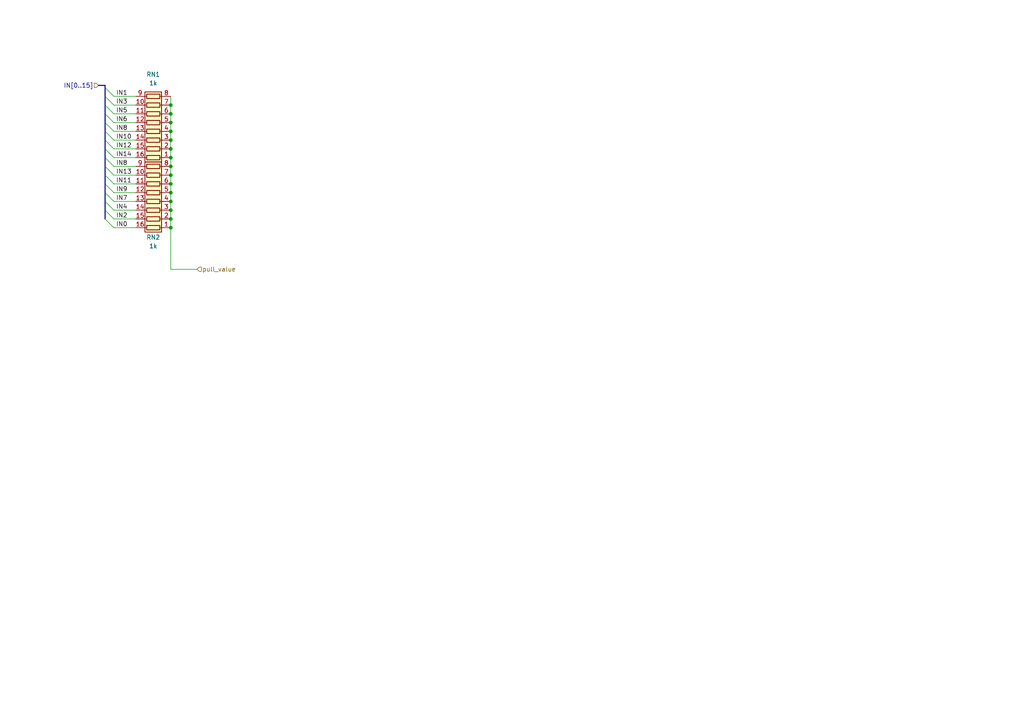
<source format=kicad_sch>
(kicad_sch (version 20231120) (generator "eeschema") (generator_version "8.0")
  (paper "A4")
  (lib_symbols
    (symbol "Device:R_Pack08" (pin_names (offset 0) hide)
      (property "Reference" "RN" (at -12.7 0 90))
      (property "Value" "R_Pack08" (at 10.16 0 90))
      (symbol "R_Pack08_0_1"
        (rectangle (start -11.43 -2.413) (end 8.89 2.413) (stroke (width 0.254)) (fill (type background)))
        (rectangle (start -10.795 1.905) (end -9.525 -1.905) (stroke (width 0.254)))
        (rectangle (start -8.255 1.905) (end -6.985 -1.905) (stroke (width 0.254)))
        (rectangle (start -5.715 1.905) (end -4.445 -1.905) (stroke (width 0.254)))
        (rectangle (start -3.175 1.905) (end -1.905 -1.905) (stroke (width 0.254)))
        (rectangle (start -0.635 1.905) (end 0.635 -1.905) (stroke (width 0.254)))
        (polyline (pts (xy -10.16 -2.54) (xy -10.16 -1.905)))
        (polyline (pts (xy -10.16 1.905) (xy -10.16 2.54)))
        (polyline (pts (xy -7.62 -2.54) (xy -7.62 -1.905)))
        (polyline (pts (xy -7.62 1.905) (xy -7.62 2.54)))
        (polyline (pts (xy -5.08 -2.54) (xy -5.08 -1.905)))
        (polyline (pts (xy -5.08 1.905) (xy -5.08 2.54)))
        (polyline (pts (xy -2.54 -2.54) (xy -2.54 -1.905)))
        (polyline (pts (xy -2.54 1.905) (xy -2.54 2.54)))
        (polyline (pts (xy 0 -2.54) (xy 0 -1.905)))
        (polyline (pts (xy 0 1.905) (xy 0 2.54)))
        (polyline (pts (xy 2.54 -2.54) (xy 2.54 -1.905)))
        (polyline (pts (xy 2.54 1.905) (xy 2.54 2.54)))
        (polyline (pts (xy 5.08 -2.54) (xy 5.08 -1.905)))
        (polyline (pts (xy 5.08 1.905) (xy 5.08 2.54)))
        (polyline (pts (xy 7.62 -2.54) (xy 7.62 -1.905)))
        (polyline (pts (xy 7.62 1.905) (xy 7.62 2.54)))
        (rectangle (start 1.905 1.905) (end 3.175 -1.905) (stroke (width 0.254)))
        (rectangle (start 4.445 1.905) (end 5.715 -1.905) (stroke (width 0.254)))
        (rectangle (start 6.985 1.905) (end 8.255 -1.905) (stroke (width 0.254)))
      )
      (symbol "R_Pack08_1_1"
        (pin passive line (at -10.16 -5.08 90) (length 2.54) (name "R1.1") (number "1"))
        (pin passive line (at 5.08 5.08 270) (length 2.54) (name "R7.2") (number "10"))
        (pin passive line (at 2.54 5.08 270) (length 2.54) (name "R6.2") (number "11"))
        (pin passive line (at 0 5.08 270) (length 2.54) (name "R5.2") (number "12"))
        (pin passive line (at -2.54 5.08 270) (length 2.54) (name "R4.2") (number "13"))
        (pin passive line (at -5.08 5.08 270) (length 2.54) (name "R3.2") (number "14"))
        (pin passive line (at -7.62 5.08 270) (length 2.54) (name "R2.2") (number "15"))
        (pin passive line (at -10.16 5.08 270) (length 2.54) (name "R1.2") (number "16"))
        (pin passive line (at -7.62 -5.08 90) (length 2.54) (name "R2.1") (number "2"))
        (pin passive line (at -5.08 -5.08 90) (length 2.54) (name "R3.1") (number "3"))
        (pin passive line (at -2.54 -5.08 90) (length 2.54) (name "R4.1") (number "4"))
        (pin passive line (at 0 -5.08 90) (length 2.54) (name "R5.1") (number "5"))
        (pin passive line (at 2.54 -5.08 90) (length 2.54) (name "R6.1") (number "6"))
        (pin passive line (at 5.08 -5.08 90) (length 2.54) (name "R7.1") (number "7"))
        (pin passive line (at 7.62 -5.08 90) (length 2.54) (name "R8.1") (number "8"))
        (pin passive line (at 7.62 5.08 270) (length 2.54) (name "R8.2") (number "9"))
      )
    )
  )
  (junction (at 49.53 48.26))
  (junction (at 49.53 38.1))
  (junction (at 49.53 55.88))
  (junction (at 49.53 53.34))
  (junction (at 49.53 40.64))
  (junction (at 49.53 66.04))
  (junction (at 49.53 35.56))
  (junction (at 49.53 58.42))
  (junction (at 49.53 63.5))
  (junction (at 49.53 50.8))
  (junction (at 49.53 33.02))
  (junction (at 49.53 43.18))
  (junction (at 49.53 45.72))
  (junction (at 49.53 60.96))
  (junction (at 49.53 30.48))
  (bus_entry (at 30.48 58.42) (size 2.54 2.54))
  (bus_entry (at 30.48 60.96) (size 2.54 2.54))
  (bus_entry (at 30.48 25.4) (size 2.54 2.54))
  (bus_entry (at 30.48 48.26) (size 2.54 2.54))
  (bus_entry (at 30.48 50.8) (size 2.54 2.54))
  (bus_entry (at 30.48 53.34) (size 2.54 2.54))
  (bus_entry (at 30.48 55.88) (size 2.54 2.54))
  (bus_entry (at 30.48 63.5) (size 2.54 2.54))
  (bus_entry (at 30.48 33.02) (size 2.54 2.54))
  (bus_entry (at 30.48 35.56) (size 2.54 2.54))
  (bus_entry (at 30.48 43.18) (size 2.54 2.54))
  (bus_entry (at 30.48 40.64) (size 2.54 2.54))
  (bus_entry (at 30.48 30.48) (size 2.54 2.54))
  (bus_entry (at 30.48 45.72) (size 2.54 2.54))
  (bus_entry (at 30.48 27.94) (size 2.54 2.54))
  (bus_entry (at 30.48 38.1) (size 2.54 2.54))
  (wire (pts (xy 49.53 33.02) (xy 49.53 35.56)))
  (bus (pts (xy 28.575 24.765) (xy 30.48 24.765)))
  (bus (pts (xy 30.48 30.48) (xy 30.48 33.02)))
  (bus (pts (xy 30.48 48.26) (xy 30.48 50.8)))
  (bus (pts (xy 30.48 45.72) (xy 30.48 48.26)))
  (bus (pts (xy 30.48 53.34) (xy 30.48 55.88)))
  (wire (pts (xy 49.53 63.5) (xy 49.53 66.04)))
  (bus (pts (xy 30.48 58.42) (xy 30.48 60.96)))
  (wire (pts (xy 49.53 78.105) (xy 57.15 78.105)))
  (wire (pts (xy 33.02 60.96) (xy 39.37 60.96)))
  (wire (pts (xy 33.02 38.1) (xy 39.37 38.1)))
  (wire (pts (xy 49.53 50.8) (xy 49.53 53.34)))
  (bus (pts (xy 30.48 60.96) (xy 30.48 63.5)))
  (wire (pts (xy 49.53 53.34) (xy 49.53 55.88)))
  (wire (pts (xy 33.02 48.26) (xy 39.37 48.26)))
  (bus (pts (xy 30.48 43.18) (xy 30.48 45.72)))
  (wire (pts (xy 33.02 50.8) (xy 39.37 50.8)))
  (wire (pts (xy 33.02 40.64) (xy 39.37 40.64)))
  (wire (pts (xy 33.02 53.34) (xy 39.37 53.34)))
  (wire (pts (xy 33.02 33.02) (xy 39.37 33.02)))
  (wire (pts (xy 49.53 66.04) (xy 49.53 78.105)))
  (wire (pts (xy 49.53 45.72) (xy 49.53 48.26)))
  (bus (pts (xy 30.48 50.8) (xy 30.48 53.34)))
  (wire (pts (xy 49.53 55.88) (xy 49.53 58.42)))
  (bus (pts (xy 30.48 40.64) (xy 30.48 43.18)))
  (wire (pts (xy 49.53 27.94) (xy 49.53 30.48)))
  (wire (pts (xy 33.02 55.88) (xy 39.37 55.88)))
  (wire (pts (xy 49.53 43.18) (xy 49.53 45.72)))
  (bus (pts (xy 30.48 55.88) (xy 30.48 58.42)))
  (wire (pts (xy 49.53 38.1) (xy 49.53 40.64)))
  (wire (pts (xy 49.53 48.26) (xy 49.53 50.8)))
  (bus (pts (xy 30.48 25.4) (xy 30.48 27.94)))
  (wire (pts (xy 33.02 43.18) (xy 39.37 43.18)))
  (wire (pts (xy 33.02 66.04) (xy 39.37 66.04)))
  (bus (pts (xy 30.48 38.1) (xy 30.48 40.64)))
  (bus (pts (xy 30.48 27.94) (xy 30.48 30.48)))
  (wire (pts (xy 49.53 58.42) (xy 49.53 60.96)))
  (wire (pts (xy 49.53 30.48) (xy 49.53 33.02)))
  (wire (pts (xy 33.02 30.48) (xy 39.37 30.48)))
  (wire (pts (xy 33.02 27.94) (xy 39.37 27.94)))
  (wire (pts (xy 49.53 40.64) (xy 49.53 43.18)))
  (wire (pts (xy 33.02 58.42) (xy 39.37 58.42)))
  (bus (pts (xy 30.48 33.02) (xy 30.48 35.56)))
  (wire (pts (xy 33.02 35.56) (xy 39.37 35.56)))
  (wire (pts (xy 49.53 35.56) (xy 49.53 38.1)))
  (bus (pts (xy 30.48 35.56) (xy 30.48 38.1)))
  (bus (pts (xy 30.48 24.765) (xy 30.48 25.4)))
  (wire (pts (xy 49.53 60.96) (xy 49.53 63.5)))
  (wire (pts (xy 33.02 45.72) (xy 39.37 45.72)))
  (wire (pts (xy 33.02 63.5) (xy 39.37 63.5)))
  (label "IN11" (at 33.655 53.34 0))
  (label "IN12" (at 33.655 43.18 0))
  (label "IN1" (at 33.655 27.94 0))
  (label "IN14" (at 33.655 45.72 0))
  (label "IN7" (at 33.655 58.42 0))
  (label "IN5" (at 33.655 33.02 0))
  (label "IN13" (at 33.655 50.8 0))
  (label "IN10" (at 33.655 40.64 0))
  (label "IN6" (at 33.655 35.56 0))
  (label "IN3" (at 33.655 30.48 0))
  (label "IN2" (at 33.655 63.5 0))
  (label "IN8" (at 33.655 48.26 0))
  (label "IN9" (at 33.655 55.88 0))
  (label "IN8" (at 33.655 38.1 0))
  (label "IN4" (at 33.655 60.96 0))
  (label "IN0" (at 33.655 66.04 0))
  (hierarchical_label "pull_value" (shape input) (at 57.15 78.105 0))
  (hierarchical_label "IN[0..15]" (shape input) (at 28.575 24.765 180))
  (symbol (lib_id "Device:R_Pack08") (at 44.45 55.88 90) (unit 1)
    (property "Reference" "RN2" (at 44.45 68.834 90))
    (property "Value" "1k" (at 44.45 71.374 90))
    (property "Footprint" "Resistor_SMD:R_Array_Convex_8x0602" (effects (hide yes)))
    (property "Description" "8 resistor network, parallel topology" (effects (hide yes)))
  )
  (symbol (lib_id "Device:R_Pack08") (at 44.45 35.56 90) (unit 1)
    (property "Reference" "RN1" (at 44.45 21.59 90))
    (property "Value" "1k" (at 44.45 24.13 90))
    (property "Footprint" "Resistor_SMD:R_Array_Convex_8x0602" (effects (hide yes)))
    (property "Description" "8 resistor network, parallel topology" (effects (hide yes)))
  )
)
</source>
